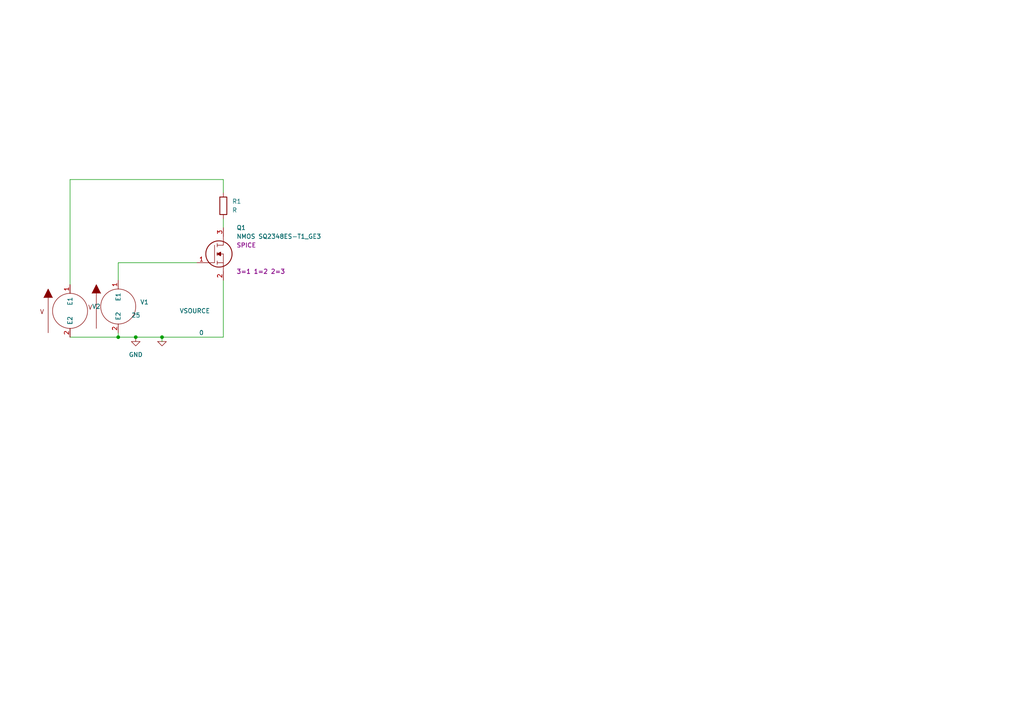
<source format=kicad_sch>
(kicad_sch (version 20211123) (generator eeschema)
  (paper "A4")
  (lib_symbols
    (symbol "Device:R" (pin_numbers hide) (pin_names (offset 0))
      (property "Reference" "R" (at 2.032 0 90))
      (property "Value" "R" (at 0 0 90))
      (symbol "R_0_1"
        (rectangle (start -1.016 -2.54) (end 1.016 2.54) (stroke (width 0.254)))
      )
      (symbol "R_1_1"
        (pin passive line (at 0 3.81 270) (length 1.27) (name "~") (number "1"))
        (pin passive line (at 0 -3.81 90) (length 1.27) (name "~") (number "2"))
      )
    )
    (symbol "EPSA_Lib:NMOS SQ2348ES-T1_GE3" (pin_names (offset 0.762))
      (property "Reference" "Q" (at 11.43 3.81 0))
      (property "Value" "NMOS SQ2348ES-T1_GE3" (at 11.43 1.27 0))
      (property "Spice_Primitive" "X" (at 11.43 3.81 0))
      (property "Spice_Model" "SQ2348ES" (at 11.43 3.81 0))
      (property "Spice_Netlist_Enabled" "Y" (at 11.43 3.81 0))
      (property "Spice_Node_Sequence" "3,1,2" (at 11.43 3.81 0))
      (property "Spice_Lib_File" "spice\\SQ2348ES_PS Rev A.LIB" (at 11.43 3.81 0))
      (symbol "NMOS SQ2348ES-T1_GE3_0_0"
        (pin passive line (at 0 0 0) (length 2.54) (name "~") (number "1"))
        (pin passive line (at 7.62 -5.08 90) (length 2.54) (name "~") (number "2"))
        (pin passive line (at 7.62 10.16 270) (length 2.54) (name "~") (number "3"))
      )
      (symbol "NMOS SQ2348ES-T1_GE3_0_1"
        (polyline (pts (xy 5.842 -0.508) (xy 5.842 0.508)) (stroke (width 0.1524)))
        (polyline (pts (xy 5.842 0) (xy 7.62 0)) (stroke (width 0.1524)))
        (polyline (pts (xy 5.842 2.032) (xy 5.842 3.048)) (stroke (width 0.1524)))
        (polyline (pts (xy 5.842 5.588) (xy 5.842 4.572)) (stroke (width 0.1524)))
        (polyline (pts (xy 7.62 2.54) (xy 5.842 2.54)) (stroke (width 0.1524)))
        (polyline (pts (xy 7.62 2.54) (xy 7.62 -2.54)) (stroke (width 0.1524)))
        (polyline (pts (xy 7.62 5.08) (xy 5.842 5.08)) (stroke (width 0.1524)))
        (polyline (pts (xy 7.62 5.08) (xy 7.62 7.62)) (stroke (width 0.1524)))
        (polyline (pts (xy 2.54 0) (xy 5.08 0) (xy 5.08 5.08)) (stroke (width 0.1524)))
        (polyline (pts (xy 5.842 2.54) (xy 6.858 3.048) (xy 6.858 2.032) (xy 5.842 2.54)) (stroke (width 0.254)) (fill (type outline)))
        (circle (center 6.35 2.54) (radius 3.81) (stroke (width 0.254)))
      )
    )
    (symbol "power:GND" (power) (pin_names (offset 0))
      (property "Value" "GND" (at 0 -3.81 0))
      (symbol "GND_0_1"
        (polyline (pts (xy 0 0) (xy 0 -1.27) (xy 1.27 -1.27) (xy 0 -2.54) (xy -1.27 -1.27) (xy 0 -1.27)))
      )
      (symbol "GND_1_1"
        (pin power_in line (at 0 0 270) (length 0) hide (name "GND") (number "1"))
      )
    )
    (symbol "pspice:0" (power) (pin_names (offset 0))
      (property "Value" "0" (at 0 -1.778 0))
      (symbol "0_0_1"
        (polyline (pts (xy -1.27 0) (xy 0 -1.27) (xy 1.27 0) (xy -1.27 0)))
      )
      (symbol "0_1_1"
        (pin power_in line (at 0 0 0) (length 0) hide (name "0") (number "1"))
      )
    )
    (symbol "pspice:VSOURCE" (pin_names (offset 1.016))
      (property "Reference" "V" (at -6.35 7.62 0))
      (property "Value" "VSOURCE" (at 0 0 0))
      (symbol "VSOURCE_0_1"
        (polyline (pts (xy -6.35 -6.35) (xy -6.35 3.81)) (fill (type outline)))
        (polyline (pts (xy -7.62 3.81) (xy -6.35 6.35) (xy -5.08 3.81)) (fill (type outline)))
        (circle (center 0 0) (radius 5.08))
        (text "V" (at -8.128 -0.254 0) (effects (font (size 1.27 1.27))))
      )
      (symbol "VSOURCE_1_1"
        (pin input line (at 0 7.62 270) (length 2.54) (name "E1") (number "1"))
        (pin input line (at 0 -7.62 90) (length 2.54) (name "E2") (number "2"))
      )
    )
  )
  (junction (at 46.99 97.79))
  (junction (at 34.29 97.79))
  (junction (at 39.37 97.79))
  (wire (pts (xy 34.29 96.52) (xy 34.29 97.79)))
  (wire (pts (xy 46.99 97.79) (xy 46.99 99.06)))
  (wire (pts (xy 20.32 97.79) (xy 34.29 97.79)))
  (wire (pts (xy 34.29 97.79) (xy 39.37 97.79)))
  (wire (pts (xy 46.99 97.79) (xy 64.77 97.79)))
  (wire (pts (xy 34.29 76.2) (xy 34.29 81.28)))
  (wire (pts (xy 39.37 97.79) (xy 46.99 97.79)))
  (wire (pts (xy 20.32 82.55) (xy 20.32 52.07)))
  (wire (pts (xy 20.32 52.07) (xy 64.77 52.07)))
  (wire (pts (xy 64.77 97.79) (xy 64.77 81.28)))
  (wire (pts (xy 64.77 52.07) (xy 64.77 55.88)))
  (wire (pts (xy 64.77 63.5) (xy 64.77 66.04)))
  (wire (pts (xy 34.29 76.2) (xy 57.15 76.2)))
  (symbol (lib_id "pspice:VSOURCE") (at 20.32 90.17 0) (unit 1)
    (property "Reference" "V2" (at 26.67 88.8999 0) (effects (justify left)))
    (property "Value" "VSOURCE" (at 38.1 91.4399 0) (effects (justify left)))
    (property "Spice_Primitive" "V" (effects hide))
    (property "Spice_Model" "dc 25" (effects hide))
    (property "Spice_Netlist_Enabled" "Y" (effects hide))
  )
  (symbol (lib_id "EPSA_Lib:NMOS SQ2348ES-T1_GE3") (at 57.15 76.2 0) (unit 1)
    (property "Reference" "Q1" (at 68.58 66.0399 0) (effects (justify left)))
    (property "Value" "NMOS SQ2348ES-T1_GE3" (at 68.58 68.5799 0) (effects (justify left)))
    (property "Footprint" "SOT95P237X112-3N" (effects hide))
    (property "Datasheet" "http://www.vishay.com/docs/63706/sq2348es.pdf" (effects hide))
    (property "Description" "VISHAY - SQ2348ES-T1_GE3 - MOSFET, AEC-Q101, N-CH, 30V, SOT-23" (effects hide))
    (property "Height" "1.12" (effects hide))
    (property "Manufacturer_Name" "Vishay" (effects hide))
    (property "Manufacturer_Part_Number" "SQ2348ES-T1_GE3" (effects hide))
    (property "Mouser Part Number" "781-SQ2348ES-T1_GE3" (effects hide))
    (property "Mouser Price/Stock" "https://www.mouser.co.uk/ProductDetail/Vishay-Siliconix/SQ2348ES-T1_GE3?qs=jHkklCh7amgC88blremf%252Bw%3D%3D" (effects hide))
    (property "Arrow Part Number" "SQ2348ES-T1_GE3" (effects hide))
    (property "Arrow Price/Stock" "https://www.arrow.com/en/products/sq2348es-t1-ge3/vishay?region=nac" (effects hide))
    (property "Spice_Primitive" "X" (at 68.58 71.1199 0) (effects (justify left)))
    (property "Spice_Model" "SQ2348ES" (at 68.58 73.6599 0) (effects (justify left)))
    (property "Spice_Netlist_Enabled" "Y" (at 68.58 76.1999 0) (effects (justify left)))
    (property "Spice_Node_Sequence" "3,1,2" (at 68.58 78.7399 0) (effects (justify left)))
    (property "Spice_Lib_File" "spice\\SQ2348ES_PS Rev A.LIB" (at 68.58 81.2799 0) (effects (justify left)))
  )
  (symbol (lib_id "Device:R") (at 64.77 59.69 0) (unit 1)
    (property "Reference" "R1" (at 67.31 58.4199 0) (effects (justify left)))
    (property "Value" "R" (at 67.31 60.9599 0) (effects (justify left)))
    (property "Spice_Primitive" "R" (effects hide))
    (property "Spice_Model" "2k" (effects hide))
    (property "Spice_Netlist_Enabled" "Y" (effects hide))
  )
  (symbol (lib_id "pspice:0") (at 46.99 99.06 0) (unit 1)
    (property "Reference" "#GND01" (effects hide))
    (property "Value" "0" (at 58.42 96.52 0))
  )
  (symbol (lib_id "pspice:VSOURCE") (at 34.29 88.9 0) (unit 1)
    (property "Reference" "V1" (at 40.64 87.6299 0) (effects (justify left)))
    (property "Value" "VSOURCE" (at 52.07 90.1699 0) (effects (justify left)))
    (property "Spice_Primitive" "V" (effects hide))
    (property "Spice_Model" "dc 5 pulse(0 5 2 100m 100m 2 4)" (effects hide))
    (property "Spice_Netlist_Enabled" "Y" (effects hide))
  )
  (symbol (lib_id "power:GND") (at 39.37 97.79 0) (unit 1)
    (property "Reference" "#PWR01" (effects hide))
    (property "Value" "GND" (at 39.37 102.87 0))
  )
)
</source>
